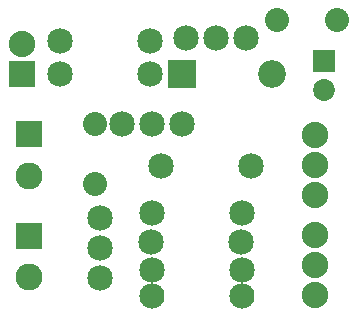
<source format=gbs>
G04 MADE WITH FRITZING*
G04 WWW.FRITZING.ORG*
G04 SINGLE SIDED*
G04 HOLES NOT PLATED*
G04 CONTOUR ON CENTER OF CONTOUR VECTOR*
%ASAXBY*%
%FSLAX23Y23*%
%MOIN*%
%OFA0B0*%
%SFA1.0B1.0*%
%ADD10C,0.085000*%
%ADD11C,0.084000*%
%ADD12C,0.080000*%
%ADD13C,0.088000*%
%ADD14C,0.090000*%
%ADD15C,0.092000*%
%ADD16C,0.072992*%
%ADD17R,0.088000X0.088000*%
%ADD18R,0.090000X0.090000*%
%ADD19R,0.092000X0.092000*%
%ADD20R,0.072992X0.072992*%
%LNMASK0*%
G90*
G70*
G54D10*
X681Y673D03*
X581Y673D03*
X481Y673D03*
X406Y158D03*
X406Y258D03*
X406Y358D03*
X894Y957D03*
X794Y957D03*
X694Y957D03*
G54D11*
X579Y99D03*
X879Y99D03*
G54D12*
X390Y673D03*
X390Y473D03*
G54D10*
X272Y949D03*
X572Y949D03*
X272Y839D03*
X572Y839D03*
G54D13*
X146Y839D03*
X146Y939D03*
G54D10*
X879Y185D03*
X579Y185D03*
X910Y532D03*
X610Y532D03*
G54D14*
X170Y299D03*
X170Y162D03*
X170Y638D03*
X170Y500D03*
G54D10*
X578Y280D03*
X878Y280D03*
G54D12*
X996Y1020D03*
X1196Y1020D03*
G54D15*
X681Y839D03*
X979Y839D03*
G54D16*
X1154Y882D03*
X1154Y784D03*
G54D10*
X579Y374D03*
X879Y374D03*
G54D13*
X1122Y301D03*
X1122Y201D03*
X1122Y101D03*
X1122Y634D03*
X1122Y534D03*
X1122Y434D03*
G54D17*
X146Y839D03*
G54D18*
X170Y299D03*
X170Y638D03*
G54D19*
X680Y839D03*
G54D20*
X1154Y882D03*
G04 End of Mask0*
M02*
</source>
